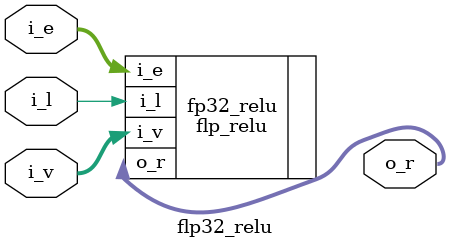
<source format=v>
/*
 * Copyright (c) 2020 The VxEngine Project. All rights reserved.
 *
 * Redistribution and use in source and binary forms, with or without
 * modification, are permitted provided that the following conditions
 * are met:
 * 1. Redistributions of source code must retain the above copyright
 *    notice, this list of conditions and the following disclaimer.
 * 2. Redistributions in binary form must reproduce the above copyright
 *    notice, this list of conditions and the following disclaimer in the
 *    documentation and/or other materials provided with the distribution.
 *
 * THIS SOFTWARE IS PROVIDED BY THE AUTHOR AND CONTRIBUTORS ``AS IS'' AND
 * ANY EXPRESS OR IMPLIED WARRANTIES, INCLUDING, BUT NOT LIMITED TO, THE
 * IMPLIED WARRANTIES OF MERCHANTABILITY AND FITNESS FOR A PARTICULAR PURPOSE
 * ARE DISCLAIMED.  IN NO EVENT SHALL THE AUTHOR OR CONTRIBUTORS BE LIABLE
 * FOR ANY DIRECT, INDIRECT, INCIDENTAL, SPECIAL, EXEMPLARY, OR CONSEQUENTIAL
 * DAMAGES (INCLUDING, BUT NOT LIMITED TO, PROCUREMENT OF SUBSTITUTE GOODS
 * OR SERVICES; LOSS OF USE, DATA, OR PROFITS; OR BUSINESS INTERRUPTION)
 * HOWEVER CAUSED AND ON ANY THEORY OF LIABILITY, WHETHER IN CONTRACT, STRICT
 * LIABILITY, OR TORT (INCLUDING NEGLIGENCE OR OTHERWISE) ARISING IN ANY WAY
 * OUT OF THE USE OF THIS SOFTWARE, EVEN IF ADVISED OF THE POSSIBILITY OF
 * SUCH DAMAGE.
 */

/*
 * Single precision floating point ReLU module
 */

module flp32_relu(
	i_v,
	i_l,
	i_e,
	o_r
);
/* Inputs */
input wire [31:0]	i_v;
input wire		i_l;
input wire [6:0]	i_e;
/* Outputs */
output wire [31:0]	o_r;


/* FP32 ReLU block instance */
flp_relu #(
	.EWIDTH(8),
	.SWIDTH(23)
) fp32_relu (
	.i_v(i_v),
	.i_l(i_l),
	.i_e(i_e),
	.o_r(o_r)
);


endmodule /* flp32_relu */

</source>
